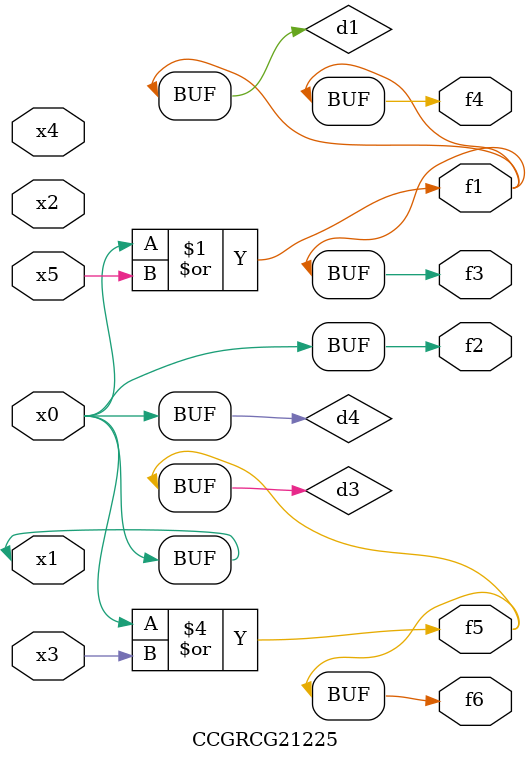
<source format=v>
module CCGRCG21225(
	input x0, x1, x2, x3, x4, x5,
	output f1, f2, f3, f4, f5, f6
);

	wire d1, d2, d3, d4;

	or (d1, x0, x5);
	xnor (d2, x1, x4);
	or (d3, x0, x3);
	buf (d4, x0, x1);
	assign f1 = d1;
	assign f2 = d4;
	assign f3 = d1;
	assign f4 = d1;
	assign f5 = d3;
	assign f6 = d3;
endmodule

</source>
